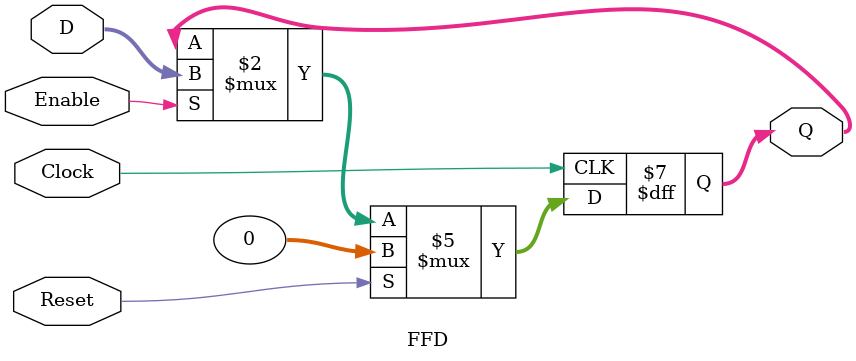
<source format=v>
module FFD # ( parameter SIZE=32 )
(
	input wire				Clock,
	input wire				Reset,
	input wire				Enable,
	input wire [SIZE-1:0]	D,
	output reg [SIZE-1:0]	Q
);
always @ (posedge Clock) 
begin
	if ( Reset )
		Q <= 0;
	else
	begin	
		if (Enable) 
			Q <= D; 
	end	
end
endmodule
</source>
